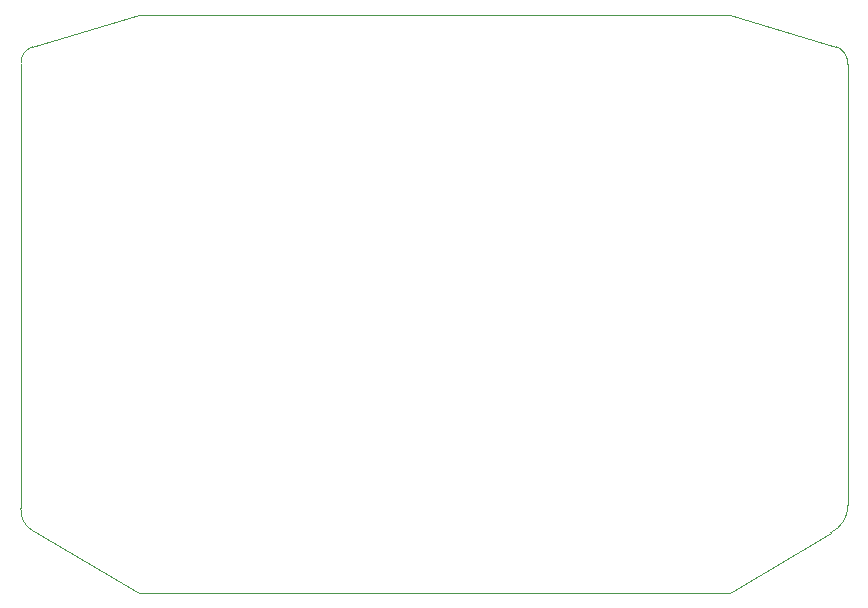
<source format=gbr>
%TF.GenerationSoftware,Altium Limited,Altium Designer,23.0.1 (38)*%
G04 Layer_Color=0*
%FSLAX45Y45*%
%MOMM*%
%TF.SameCoordinates,98E3409A-FA71-4B7D-AABF-4CEB4AF68500*%
%TF.FilePolarity,Positive*%
%TF.FileFunction,Profile,NP*%
%TF.Part,Single*%
G01*
G75*
%TA.AperFunction,Profile*%
%ADD55C,0.02540*%
D55*
X-3500000Y-1880062D02*
X-3500000Y1879600D01*
X-3499189Y1879664D01*
D02*
G02*
X-3401919Y2027021I143245J11227D01*
G01*
X-3404946Y2026565D01*
X-2500000Y2300000D01*
X2500000D01*
X3402688Y2029423D01*
D02*
G02*
X3499309Y1880084I-48642J-137397D01*
G01*
X3500000D01*
X3500000Y-1855968D01*
X3502020D01*
D02*
G02*
X3356646Y-2086012I-250351J-2750D01*
G01*
X2500000Y-2600000D01*
X-2500000D01*
X-3405191Y-2065299D01*
D02*
G02*
X-3500000Y-1880062I102588J168966D01*
G01*
%TF.MD5,1270ae04074f55ed21d36213d6555450*%
M02*

</source>
